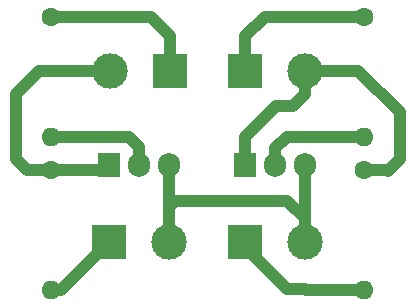
<source format=gbr>
%TF.GenerationSoftware,KiCad,Pcbnew,8.0.5*%
%TF.CreationDate,2024-11-22T10:44:55-04:00*%
%TF.ProjectId,PCB para imprimir,50434220-7061-4726-9120-696d7072696d,rev?*%
%TF.SameCoordinates,Original*%
%TF.FileFunction,Copper,L1,Top*%
%TF.FilePolarity,Positive*%
%FSLAX46Y46*%
G04 Gerber Fmt 4.6, Leading zero omitted, Abs format (unit mm)*
G04 Created by KiCad (PCBNEW 8.0.5) date 2024-11-22 10:44:55*
%MOMM*%
%LPD*%
G01*
G04 APERTURE LIST*
%TA.AperFunction,ComponentPad*%
%ADD10C,1.600000*%
%TD*%
%TA.AperFunction,ComponentPad*%
%ADD11O,1.600000X1.600000*%
%TD*%
%TA.AperFunction,ComponentPad*%
%ADD12R,3.000000X3.000000*%
%TD*%
%TA.AperFunction,ComponentPad*%
%ADD13C,3.000000*%
%TD*%
%TA.AperFunction,ComponentPad*%
%ADD14R,1.905000X2.000000*%
%TD*%
%TA.AperFunction,ComponentPad*%
%ADD15O,1.905000X2.000000*%
%TD*%
%TA.AperFunction,Conductor*%
%ADD16C,1.000000*%
%TD*%
G04 APERTURE END LIST*
D10*
%TO.P,R3,1*%
%TO.N,Net-(Sens1-Pin_1)*%
X192000000Y-43420000D03*
D11*
%TO.P,R3,2*%
%TO.N,Net-(Q2-G)*%
X192000000Y-53580000D03*
%TD*%
D10*
%TO.P,R2,1*%
%TO.N,/buzz*%
X218500000Y-56420000D03*
D11*
%TO.P,R2,2*%
%TO.N,+5V*%
X218500000Y-66580000D03*
%TD*%
D12*
%TO.P,Sens,1,Pin_1*%
%TO.N,Net-(Sens1-Pin_1)*%
X202040000Y-48000000D03*
D13*
%TO.P,Sens,2,Pin_2*%
%TO.N,/ESP_sens*%
X196960000Y-48000000D03*
%TD*%
D14*
%TO.P,Q1,1,D*%
%TO.N,/buzz*%
X208420000Y-56000000D03*
D15*
%TO.P,Q1,2,G*%
%TO.N,Net-(Q1-G)*%
X210960000Y-56000000D03*
%TO.P,Q1,3,S*%
%TO.N,GND*%
X213500000Y-56000000D03*
%TD*%
D14*
%TO.P,Q2,1,D*%
%TO.N,/ESP_sens*%
X196920000Y-56000000D03*
D15*
%TO.P,Q2,2,G*%
%TO.N,Net-(Q2-G)*%
X199460000Y-56000000D03*
%TO.P,Q2,3,S*%
%TO.N,GND*%
X202000000Y-56000000D03*
%TD*%
D10*
%TO.P,R1,1*%
%TO.N,Net-(IN1-Pin_1)*%
X218500000Y-43420000D03*
D11*
%TO.P,R1,2*%
%TO.N,Net-(Q1-G)*%
X218500000Y-53580000D03*
%TD*%
D10*
%TO.P,R4,1*%
%TO.N,/ESP_sens*%
X192000000Y-56420000D03*
D11*
%TO.P,R4,2*%
%TO.N,+3.3V*%
X192000000Y-66580000D03*
%TD*%
D12*
%TO.P,buzz,1,Pin_1*%
%TO.N,Net-(IN1-Pin_1)*%
X208420000Y-48000000D03*
D13*
%TO.P,buzz,2,Pin_2*%
%TO.N,/buzz*%
X213500000Y-48000000D03*
%TD*%
D12*
%TO.P,3.3,1,Pin_1*%
%TO.N,+3.3V*%
X196920000Y-62500000D03*
D13*
%TO.P,3.3,2,Pin_2*%
%TO.N,GND*%
X202000000Y-62500000D03*
%TD*%
D12*
%TO.P,5,1,Pin_1*%
%TO.N,+5V*%
X208420000Y-62500000D03*
D13*
%TO.P,5,2,Pin_2*%
%TO.N,GND*%
X213500000Y-62500000D03*
%TD*%
D16*
%TO.N,Net-(IN1-Pin_1)*%
X208420000Y-48000000D02*
X208420000Y-45080000D01*
X208420000Y-45080000D02*
X210080000Y-43420000D01*
X210080000Y-43420000D02*
X218500000Y-43420000D01*
%TO.N,GND*%
X213500000Y-62500000D02*
X213500000Y-60500000D01*
X202500000Y-59000000D02*
X212000000Y-59000000D01*
X202000000Y-56000000D02*
X202000000Y-60500000D01*
X202000000Y-59500000D02*
X202500000Y-59000000D01*
X202000000Y-62500000D02*
X202000000Y-60500000D01*
X202000000Y-60500000D02*
X202000000Y-59500000D01*
X212000000Y-59000000D02*
X213500000Y-60500000D01*
X213500000Y-60500000D02*
X213500000Y-56000000D01*
%TO.N,/buzz*%
X208420000Y-53580000D02*
X211000000Y-51000000D01*
X221500000Y-55500000D02*
X220500000Y-56500000D01*
X221500000Y-51500000D02*
X221500000Y-55500000D01*
X220500000Y-56500000D02*
X220420000Y-56420000D01*
X208420000Y-56000000D02*
X208420000Y-53580000D01*
X218000000Y-48000000D02*
X221500000Y-51500000D01*
X213500000Y-50000000D02*
X213500000Y-48000000D01*
X213500000Y-48000000D02*
X218000000Y-48000000D01*
X212500000Y-51000000D02*
X213500000Y-50000000D01*
X211000000Y-51000000D02*
X212500000Y-51000000D01*
X220420000Y-56420000D02*
X218500000Y-56420000D01*
%TO.N,Net-(Q1-G)*%
X211920000Y-53580000D02*
X210960000Y-54540000D01*
X210960000Y-54540000D02*
X210960000Y-56000000D01*
X218500000Y-53580000D02*
X211920000Y-53580000D01*
%TO.N,/ESP_sens*%
X196500000Y-56420000D02*
X196920000Y-56000000D01*
X191000000Y-48000000D02*
X189000000Y-50000000D01*
X192000000Y-56420000D02*
X196500000Y-56420000D01*
X189000000Y-50000000D02*
X189000000Y-55500000D01*
X189000000Y-55500000D02*
X189920000Y-56420000D01*
X189920000Y-56420000D02*
X192000000Y-56420000D01*
X196960000Y-48000000D02*
X191000000Y-48000000D01*
%TO.N,Net-(Q2-G)*%
X192000000Y-53580000D02*
X198580000Y-53580000D01*
X199460000Y-54460000D02*
X199460000Y-56000000D01*
X198580000Y-53580000D02*
X199460000Y-54460000D01*
%TO.N,+5V*%
X208420000Y-62500000D02*
X208420000Y-62920000D01*
X213580000Y-66580000D02*
X218500000Y-66580000D01*
X212000000Y-66500000D02*
X213500000Y-66500000D01*
X208420000Y-62920000D02*
X212000000Y-66500000D01*
X213500000Y-66500000D02*
X213580000Y-66580000D01*
%TO.N,Net-(Sens1-Pin_1)*%
X200420000Y-43420000D02*
X192000000Y-43420000D01*
X202040000Y-48000000D02*
X202040000Y-45040000D01*
X202040000Y-45040000D02*
X200420000Y-43420000D01*
%TO.N,+3.3V*%
X192000000Y-66580000D02*
X192840000Y-66580000D01*
X192840000Y-66580000D02*
X196920000Y-62500000D01*
%TD*%
M02*

</source>
